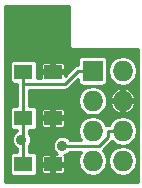
<source format=gbl>
G04 #@! TF.FileFunction,Copper,L2,Bot,Signal*
%FSLAX46Y46*%
G04 Gerber Fmt 4.6, Leading zero omitted, Abs format (unit mm)*
G04 Created by KiCad (PCBNEW 4.0.4-stable) date Monday 13 March 2017 'à' 21:28:35*
%MOMM*%
%LPD*%
G01*
G04 APERTURE LIST*
%ADD10C,0.100000*%
%ADD11R,1.500000X1.250000*%
%ADD12R,1.727200X1.727200*%
%ADD13O,1.727200X1.727200*%
%ADD14C,0.889000*%
%ADD15C,0.254000*%
G04 APERTURE END LIST*
D10*
D11*
X55250000Y-36400000D03*
X57750000Y-36400000D03*
X55250000Y-40300000D03*
X57750000Y-40300000D03*
X55250000Y-44200000D03*
X57750000Y-44200000D03*
D12*
X61100000Y-36300000D03*
D13*
X63640000Y-36300000D03*
X61100000Y-38840000D03*
X63640000Y-38840000D03*
X61100000Y-41380000D03*
X63640000Y-41380000D03*
X61100000Y-43920000D03*
X63640000Y-43920000D03*
D14*
X55068700Y-42123500D03*
X54735600Y-32210500D03*
X58536100Y-42650000D03*
D15*
X58748800Y-37406300D02*
X55250000Y-37406300D01*
X59855100Y-36300000D02*
X58748800Y-37406300D01*
X61100000Y-36300000D02*
X59855100Y-36300000D01*
X55250000Y-36400000D02*
X55250000Y-37406300D01*
X55250000Y-40300000D02*
X55250000Y-37406300D01*
X55250000Y-42123500D02*
X55250000Y-40300000D01*
X55250000Y-44200000D02*
X55250000Y-42123500D01*
X55250000Y-42123500D02*
X55068700Y-42123500D01*
X57750000Y-40300000D02*
X58881300Y-40300000D01*
X63640000Y-38840000D02*
X62522200Y-38840000D01*
X57750000Y-36400000D02*
X57750000Y-35393700D01*
X59096400Y-40084900D02*
X58881300Y-40300000D01*
X61617100Y-40084900D02*
X59096400Y-40084900D01*
X62395000Y-39307000D02*
X61617100Y-40084900D01*
X62395000Y-38840000D02*
X62395000Y-39307000D01*
X62522200Y-38840000D02*
X62395000Y-38840000D01*
X58088700Y-35055000D02*
X57834400Y-35309300D01*
X62131900Y-35055000D02*
X58088700Y-35055000D01*
X62395000Y-35318100D02*
X62131900Y-35055000D01*
X62395000Y-38840000D02*
X62395000Y-35318100D01*
X57834400Y-35309300D02*
X57750000Y-35393700D01*
X57834400Y-35309300D02*
X54735600Y-32210500D01*
X57710300Y-43154000D02*
X57750000Y-43193700D01*
X57710300Y-41346000D02*
X57710300Y-43154000D01*
X57750000Y-41306300D02*
X57710300Y-41346000D01*
X57750000Y-40300000D02*
X57750000Y-41306300D01*
X57750000Y-44200000D02*
X57750000Y-43193700D01*
X63640000Y-41380000D02*
X62395100Y-41380000D01*
X61640900Y-42650000D02*
X58536100Y-42650000D01*
X62395100Y-41895800D02*
X61640900Y-42650000D01*
X62395100Y-41380000D02*
X62395100Y-41895800D01*
G36*
X59121400Y-34200000D02*
X59142607Y-34306616D01*
X59203000Y-34397000D01*
X59293384Y-34457393D01*
X59400000Y-34478600D01*
X64921400Y-34478600D01*
X64921400Y-45721400D01*
X53678600Y-45721400D01*
X53678600Y-35775000D01*
X54111536Y-35775000D01*
X54111536Y-37025000D01*
X54138103Y-37166190D01*
X54221546Y-37295865D01*
X54348866Y-37382859D01*
X54500000Y-37413464D01*
X54742000Y-37413464D01*
X54742000Y-39286536D01*
X54500000Y-39286536D01*
X54358810Y-39313103D01*
X54229135Y-39396546D01*
X54142141Y-39523866D01*
X54111536Y-39675000D01*
X54111536Y-40925000D01*
X54138103Y-41066190D01*
X54221546Y-41195865D01*
X54348866Y-41282859D01*
X54500000Y-41313464D01*
X54742000Y-41313464D01*
X54742000Y-41365297D01*
X54601702Y-41423267D01*
X54369283Y-41655281D01*
X54243343Y-41958577D01*
X54243057Y-42286982D01*
X54368467Y-42590498D01*
X54600481Y-42822917D01*
X54742000Y-42881681D01*
X54742000Y-43186536D01*
X54500000Y-43186536D01*
X54358810Y-43213103D01*
X54229135Y-43296546D01*
X54142141Y-43423866D01*
X54111536Y-43575000D01*
X54111536Y-44825000D01*
X54138103Y-44966190D01*
X54221546Y-45095865D01*
X54348866Y-45182859D01*
X54500000Y-45213464D01*
X56000000Y-45213464D01*
X56141190Y-45186897D01*
X56270865Y-45103454D01*
X56357859Y-44976134D01*
X56388464Y-44825000D01*
X56388464Y-44384150D01*
X56771400Y-44384150D01*
X56771400Y-44870472D01*
X56806203Y-44954492D01*
X56870509Y-45018798D01*
X56954529Y-45053600D01*
X57565850Y-45053600D01*
X57623000Y-44996450D01*
X57623000Y-44327000D01*
X57877000Y-44327000D01*
X57877000Y-44996450D01*
X57934150Y-45053600D01*
X58545471Y-45053600D01*
X58629491Y-45018798D01*
X58693797Y-44954492D01*
X58728600Y-44870472D01*
X58728600Y-44384150D01*
X58671450Y-44327000D01*
X57877000Y-44327000D01*
X57623000Y-44327000D01*
X56828550Y-44327000D01*
X56771400Y-44384150D01*
X56388464Y-44384150D01*
X56388464Y-43575000D01*
X56379908Y-43529528D01*
X56771400Y-43529528D01*
X56771400Y-44015850D01*
X56828550Y-44073000D01*
X57623000Y-44073000D01*
X57623000Y-43403550D01*
X57565850Y-43346400D01*
X56954529Y-43346400D01*
X56870509Y-43381202D01*
X56806203Y-43445508D01*
X56771400Y-43529528D01*
X56379908Y-43529528D01*
X56361897Y-43433810D01*
X56278454Y-43304135D01*
X56151134Y-43217141D01*
X56000000Y-43186536D01*
X55758000Y-43186536D01*
X55758000Y-42813482D01*
X57710457Y-42813482D01*
X57835867Y-43116998D01*
X58064869Y-43346400D01*
X57934150Y-43346400D01*
X57877000Y-43403550D01*
X57877000Y-44073000D01*
X58671450Y-44073000D01*
X58728600Y-44015850D01*
X58728600Y-43529528D01*
X58705301Y-43473280D01*
X59003098Y-43350233D01*
X59195667Y-43158000D01*
X60124754Y-43158000D01*
X59950140Y-43419329D01*
X59855400Y-43895617D01*
X59855400Y-43944383D01*
X59950140Y-44420671D01*
X60219935Y-44824448D01*
X60623712Y-45094243D01*
X61100000Y-45188983D01*
X61576288Y-45094243D01*
X61980065Y-44824448D01*
X62249860Y-44420671D01*
X62344600Y-43944383D01*
X62344600Y-43895617D01*
X62395400Y-43895617D01*
X62395400Y-43944383D01*
X62490140Y-44420671D01*
X62759935Y-44824448D01*
X63163712Y-45094243D01*
X63640000Y-45188983D01*
X64116288Y-45094243D01*
X64520065Y-44824448D01*
X64789860Y-44420671D01*
X64884600Y-43944383D01*
X64884600Y-43895617D01*
X64789860Y-43419329D01*
X64520065Y-43015552D01*
X64116288Y-42745757D01*
X63640000Y-42651017D01*
X63163712Y-42745757D01*
X62759935Y-43015552D01*
X62490140Y-43419329D01*
X62395400Y-43895617D01*
X62344600Y-43895617D01*
X62249860Y-43419329D01*
X61983322Y-43020427D01*
X62000110Y-43009210D01*
X62745891Y-42263429D01*
X62759935Y-42284448D01*
X63163712Y-42554243D01*
X63640000Y-42648983D01*
X64116288Y-42554243D01*
X64520065Y-42284448D01*
X64789860Y-41880671D01*
X64884600Y-41404383D01*
X64884600Y-41355617D01*
X64789860Y-40879329D01*
X64520065Y-40475552D01*
X64116288Y-40205757D01*
X63640000Y-40111017D01*
X63163712Y-40205757D01*
X62759935Y-40475552D01*
X62495037Y-40872000D01*
X62395100Y-40872000D01*
X62253986Y-40900069D01*
X62249860Y-40879329D01*
X61980065Y-40475552D01*
X61576288Y-40205757D01*
X61100000Y-40111017D01*
X60623712Y-40205757D01*
X60219935Y-40475552D01*
X59950140Y-40879329D01*
X59855400Y-41355617D01*
X59855400Y-41404383D01*
X59950140Y-41880671D01*
X60124754Y-42142000D01*
X59195402Y-42142000D01*
X59004319Y-41950583D01*
X58701023Y-41824643D01*
X58372618Y-41824357D01*
X58069102Y-41949767D01*
X57836683Y-42181781D01*
X57710743Y-42485077D01*
X57710457Y-42813482D01*
X55758000Y-42813482D01*
X55758000Y-42601818D01*
X55768117Y-42591719D01*
X55894057Y-42288423D01*
X55894343Y-41960018D01*
X55768933Y-41656502D01*
X55758000Y-41645550D01*
X55758000Y-41313464D01*
X56000000Y-41313464D01*
X56141190Y-41286897D01*
X56270865Y-41203454D01*
X56357859Y-41076134D01*
X56388464Y-40925000D01*
X56388464Y-40484150D01*
X56771400Y-40484150D01*
X56771400Y-40970472D01*
X56806203Y-41054492D01*
X56870509Y-41118798D01*
X56954529Y-41153600D01*
X57565850Y-41153600D01*
X57623000Y-41096450D01*
X57623000Y-40427000D01*
X57877000Y-40427000D01*
X57877000Y-41096450D01*
X57934150Y-41153600D01*
X58545471Y-41153600D01*
X58629491Y-41118798D01*
X58693797Y-41054492D01*
X58728600Y-40970472D01*
X58728600Y-40484150D01*
X58671450Y-40427000D01*
X57877000Y-40427000D01*
X57623000Y-40427000D01*
X56828550Y-40427000D01*
X56771400Y-40484150D01*
X56388464Y-40484150D01*
X56388464Y-39675000D01*
X56379908Y-39629528D01*
X56771400Y-39629528D01*
X56771400Y-40115850D01*
X56828550Y-40173000D01*
X57623000Y-40173000D01*
X57623000Y-39503550D01*
X57877000Y-39503550D01*
X57877000Y-40173000D01*
X58671450Y-40173000D01*
X58728600Y-40115850D01*
X58728600Y-39629528D01*
X58693797Y-39545508D01*
X58629491Y-39481202D01*
X58545471Y-39446400D01*
X57934150Y-39446400D01*
X57877000Y-39503550D01*
X57623000Y-39503550D01*
X57565850Y-39446400D01*
X56954529Y-39446400D01*
X56870509Y-39481202D01*
X56806203Y-39545508D01*
X56771400Y-39629528D01*
X56379908Y-39629528D01*
X56361897Y-39533810D01*
X56278454Y-39404135D01*
X56151134Y-39317141D01*
X56000000Y-39286536D01*
X55758000Y-39286536D01*
X55758000Y-38815617D01*
X59855400Y-38815617D01*
X59855400Y-38864383D01*
X59950140Y-39340671D01*
X60219935Y-39744448D01*
X60623712Y-40014243D01*
X61100000Y-40108983D01*
X61576288Y-40014243D01*
X61980065Y-39744448D01*
X62249860Y-39340671D01*
X62290743Y-39135137D01*
X62588419Y-39135137D01*
X62781410Y-39515094D01*
X63105114Y-39792274D01*
X63344865Y-39891568D01*
X63513000Y-39867229D01*
X63513000Y-38967000D01*
X63767000Y-38967000D01*
X63767000Y-39867229D01*
X63935135Y-39891568D01*
X64174886Y-39792274D01*
X64498590Y-39515094D01*
X64691581Y-39135137D01*
X64667654Y-38967000D01*
X63767000Y-38967000D01*
X63513000Y-38967000D01*
X62612346Y-38967000D01*
X62588419Y-39135137D01*
X62290743Y-39135137D01*
X62344600Y-38864383D01*
X62344600Y-38815617D01*
X62290744Y-38544863D01*
X62588419Y-38544863D01*
X62612346Y-38713000D01*
X63513000Y-38713000D01*
X63513000Y-37812771D01*
X63767000Y-37812771D01*
X63767000Y-38713000D01*
X64667654Y-38713000D01*
X64691581Y-38544863D01*
X64498590Y-38164906D01*
X64174886Y-37887726D01*
X63935135Y-37788432D01*
X63767000Y-37812771D01*
X63513000Y-37812771D01*
X63344865Y-37788432D01*
X63105114Y-37887726D01*
X62781410Y-38164906D01*
X62588419Y-38544863D01*
X62290744Y-38544863D01*
X62249860Y-38339329D01*
X61980065Y-37935552D01*
X61576288Y-37665757D01*
X61100000Y-37571017D01*
X60623712Y-37665757D01*
X60219935Y-37935552D01*
X59950140Y-38339329D01*
X59855400Y-38815617D01*
X55758000Y-38815617D01*
X55758000Y-37914300D01*
X58748800Y-37914300D01*
X58943203Y-37875631D01*
X59108010Y-37765510D01*
X59847936Y-37025585D01*
X59847936Y-37163600D01*
X59874503Y-37304790D01*
X59957946Y-37434465D01*
X60085266Y-37521459D01*
X60236400Y-37552064D01*
X61963600Y-37552064D01*
X62104790Y-37525497D01*
X62234465Y-37442054D01*
X62321459Y-37314734D01*
X62352064Y-37163600D01*
X62352064Y-36275617D01*
X62395400Y-36275617D01*
X62395400Y-36324383D01*
X62490140Y-36800671D01*
X62759935Y-37204448D01*
X63163712Y-37474243D01*
X63640000Y-37568983D01*
X64116288Y-37474243D01*
X64520065Y-37204448D01*
X64789860Y-36800671D01*
X64884600Y-36324383D01*
X64884600Y-36275617D01*
X64789860Y-35799329D01*
X64520065Y-35395552D01*
X64116288Y-35125757D01*
X63640000Y-35031017D01*
X63163712Y-35125757D01*
X62759935Y-35395552D01*
X62490140Y-35799329D01*
X62395400Y-36275617D01*
X62352064Y-36275617D01*
X62352064Y-35436400D01*
X62325497Y-35295210D01*
X62242054Y-35165535D01*
X62114734Y-35078541D01*
X61963600Y-35047936D01*
X60236400Y-35047936D01*
X60095210Y-35074503D01*
X59965535Y-35157946D01*
X59878541Y-35285266D01*
X59847936Y-35436400D01*
X59847936Y-35793425D01*
X59660697Y-35830669D01*
X59660695Y-35830670D01*
X59660696Y-35830670D01*
X59495889Y-35940790D01*
X58728600Y-36708080D01*
X58728600Y-36584150D01*
X58671450Y-36527000D01*
X57877000Y-36527000D01*
X57877000Y-36547000D01*
X57623000Y-36547000D01*
X57623000Y-36527000D01*
X56828550Y-36527000D01*
X56771400Y-36584150D01*
X56771400Y-36898300D01*
X56388464Y-36898300D01*
X56388464Y-35775000D01*
X56379908Y-35729528D01*
X56771400Y-35729528D01*
X56771400Y-36215850D01*
X56828550Y-36273000D01*
X57623000Y-36273000D01*
X57623000Y-35603550D01*
X57877000Y-35603550D01*
X57877000Y-36273000D01*
X58671450Y-36273000D01*
X58728600Y-36215850D01*
X58728600Y-35729528D01*
X58693797Y-35645508D01*
X58629491Y-35581202D01*
X58545471Y-35546400D01*
X57934150Y-35546400D01*
X57877000Y-35603550D01*
X57623000Y-35603550D01*
X57565850Y-35546400D01*
X56954529Y-35546400D01*
X56870509Y-35581202D01*
X56806203Y-35645508D01*
X56771400Y-35729528D01*
X56379908Y-35729528D01*
X56361897Y-35633810D01*
X56278454Y-35504135D01*
X56151134Y-35417141D01*
X56000000Y-35386536D01*
X54500000Y-35386536D01*
X54358810Y-35413103D01*
X54229135Y-35496546D01*
X54142141Y-35623866D01*
X54111536Y-35775000D01*
X53678600Y-35775000D01*
X53678600Y-30778600D01*
X59121400Y-30778600D01*
X59121400Y-34200000D01*
X59121400Y-34200000D01*
G37*
X59121400Y-34200000D02*
X59142607Y-34306616D01*
X59203000Y-34397000D01*
X59293384Y-34457393D01*
X59400000Y-34478600D01*
X64921400Y-34478600D01*
X64921400Y-45721400D01*
X53678600Y-45721400D01*
X53678600Y-35775000D01*
X54111536Y-35775000D01*
X54111536Y-37025000D01*
X54138103Y-37166190D01*
X54221546Y-37295865D01*
X54348866Y-37382859D01*
X54500000Y-37413464D01*
X54742000Y-37413464D01*
X54742000Y-39286536D01*
X54500000Y-39286536D01*
X54358810Y-39313103D01*
X54229135Y-39396546D01*
X54142141Y-39523866D01*
X54111536Y-39675000D01*
X54111536Y-40925000D01*
X54138103Y-41066190D01*
X54221546Y-41195865D01*
X54348866Y-41282859D01*
X54500000Y-41313464D01*
X54742000Y-41313464D01*
X54742000Y-41365297D01*
X54601702Y-41423267D01*
X54369283Y-41655281D01*
X54243343Y-41958577D01*
X54243057Y-42286982D01*
X54368467Y-42590498D01*
X54600481Y-42822917D01*
X54742000Y-42881681D01*
X54742000Y-43186536D01*
X54500000Y-43186536D01*
X54358810Y-43213103D01*
X54229135Y-43296546D01*
X54142141Y-43423866D01*
X54111536Y-43575000D01*
X54111536Y-44825000D01*
X54138103Y-44966190D01*
X54221546Y-45095865D01*
X54348866Y-45182859D01*
X54500000Y-45213464D01*
X56000000Y-45213464D01*
X56141190Y-45186897D01*
X56270865Y-45103454D01*
X56357859Y-44976134D01*
X56388464Y-44825000D01*
X56388464Y-44384150D01*
X56771400Y-44384150D01*
X56771400Y-44870472D01*
X56806203Y-44954492D01*
X56870509Y-45018798D01*
X56954529Y-45053600D01*
X57565850Y-45053600D01*
X57623000Y-44996450D01*
X57623000Y-44327000D01*
X57877000Y-44327000D01*
X57877000Y-44996450D01*
X57934150Y-45053600D01*
X58545471Y-45053600D01*
X58629491Y-45018798D01*
X58693797Y-44954492D01*
X58728600Y-44870472D01*
X58728600Y-44384150D01*
X58671450Y-44327000D01*
X57877000Y-44327000D01*
X57623000Y-44327000D01*
X56828550Y-44327000D01*
X56771400Y-44384150D01*
X56388464Y-44384150D01*
X56388464Y-43575000D01*
X56379908Y-43529528D01*
X56771400Y-43529528D01*
X56771400Y-44015850D01*
X56828550Y-44073000D01*
X57623000Y-44073000D01*
X57623000Y-43403550D01*
X57565850Y-43346400D01*
X56954529Y-43346400D01*
X56870509Y-43381202D01*
X56806203Y-43445508D01*
X56771400Y-43529528D01*
X56379908Y-43529528D01*
X56361897Y-43433810D01*
X56278454Y-43304135D01*
X56151134Y-43217141D01*
X56000000Y-43186536D01*
X55758000Y-43186536D01*
X55758000Y-42813482D01*
X57710457Y-42813482D01*
X57835867Y-43116998D01*
X58064869Y-43346400D01*
X57934150Y-43346400D01*
X57877000Y-43403550D01*
X57877000Y-44073000D01*
X58671450Y-44073000D01*
X58728600Y-44015850D01*
X58728600Y-43529528D01*
X58705301Y-43473280D01*
X59003098Y-43350233D01*
X59195667Y-43158000D01*
X60124754Y-43158000D01*
X59950140Y-43419329D01*
X59855400Y-43895617D01*
X59855400Y-43944383D01*
X59950140Y-44420671D01*
X60219935Y-44824448D01*
X60623712Y-45094243D01*
X61100000Y-45188983D01*
X61576288Y-45094243D01*
X61980065Y-44824448D01*
X62249860Y-44420671D01*
X62344600Y-43944383D01*
X62344600Y-43895617D01*
X62395400Y-43895617D01*
X62395400Y-43944383D01*
X62490140Y-44420671D01*
X62759935Y-44824448D01*
X63163712Y-45094243D01*
X63640000Y-45188983D01*
X64116288Y-45094243D01*
X64520065Y-44824448D01*
X64789860Y-44420671D01*
X64884600Y-43944383D01*
X64884600Y-43895617D01*
X64789860Y-43419329D01*
X64520065Y-43015552D01*
X64116288Y-42745757D01*
X63640000Y-42651017D01*
X63163712Y-42745757D01*
X62759935Y-43015552D01*
X62490140Y-43419329D01*
X62395400Y-43895617D01*
X62344600Y-43895617D01*
X62249860Y-43419329D01*
X61983322Y-43020427D01*
X62000110Y-43009210D01*
X62745891Y-42263429D01*
X62759935Y-42284448D01*
X63163712Y-42554243D01*
X63640000Y-42648983D01*
X64116288Y-42554243D01*
X64520065Y-42284448D01*
X64789860Y-41880671D01*
X64884600Y-41404383D01*
X64884600Y-41355617D01*
X64789860Y-40879329D01*
X64520065Y-40475552D01*
X64116288Y-40205757D01*
X63640000Y-40111017D01*
X63163712Y-40205757D01*
X62759935Y-40475552D01*
X62495037Y-40872000D01*
X62395100Y-40872000D01*
X62253986Y-40900069D01*
X62249860Y-40879329D01*
X61980065Y-40475552D01*
X61576288Y-40205757D01*
X61100000Y-40111017D01*
X60623712Y-40205757D01*
X60219935Y-40475552D01*
X59950140Y-40879329D01*
X59855400Y-41355617D01*
X59855400Y-41404383D01*
X59950140Y-41880671D01*
X60124754Y-42142000D01*
X59195402Y-42142000D01*
X59004319Y-41950583D01*
X58701023Y-41824643D01*
X58372618Y-41824357D01*
X58069102Y-41949767D01*
X57836683Y-42181781D01*
X57710743Y-42485077D01*
X57710457Y-42813482D01*
X55758000Y-42813482D01*
X55758000Y-42601818D01*
X55768117Y-42591719D01*
X55894057Y-42288423D01*
X55894343Y-41960018D01*
X55768933Y-41656502D01*
X55758000Y-41645550D01*
X55758000Y-41313464D01*
X56000000Y-41313464D01*
X56141190Y-41286897D01*
X56270865Y-41203454D01*
X56357859Y-41076134D01*
X56388464Y-40925000D01*
X56388464Y-40484150D01*
X56771400Y-40484150D01*
X56771400Y-40970472D01*
X56806203Y-41054492D01*
X56870509Y-41118798D01*
X56954529Y-41153600D01*
X57565850Y-41153600D01*
X57623000Y-41096450D01*
X57623000Y-40427000D01*
X57877000Y-40427000D01*
X57877000Y-41096450D01*
X57934150Y-41153600D01*
X58545471Y-41153600D01*
X58629491Y-41118798D01*
X58693797Y-41054492D01*
X58728600Y-40970472D01*
X58728600Y-40484150D01*
X58671450Y-40427000D01*
X57877000Y-40427000D01*
X57623000Y-40427000D01*
X56828550Y-40427000D01*
X56771400Y-40484150D01*
X56388464Y-40484150D01*
X56388464Y-39675000D01*
X56379908Y-39629528D01*
X56771400Y-39629528D01*
X56771400Y-40115850D01*
X56828550Y-40173000D01*
X57623000Y-40173000D01*
X57623000Y-39503550D01*
X57877000Y-39503550D01*
X57877000Y-40173000D01*
X58671450Y-40173000D01*
X58728600Y-40115850D01*
X58728600Y-39629528D01*
X58693797Y-39545508D01*
X58629491Y-39481202D01*
X58545471Y-39446400D01*
X57934150Y-39446400D01*
X57877000Y-39503550D01*
X57623000Y-39503550D01*
X57565850Y-39446400D01*
X56954529Y-39446400D01*
X56870509Y-39481202D01*
X56806203Y-39545508D01*
X56771400Y-39629528D01*
X56379908Y-39629528D01*
X56361897Y-39533810D01*
X56278454Y-39404135D01*
X56151134Y-39317141D01*
X56000000Y-39286536D01*
X55758000Y-39286536D01*
X55758000Y-38815617D01*
X59855400Y-38815617D01*
X59855400Y-38864383D01*
X59950140Y-39340671D01*
X60219935Y-39744448D01*
X60623712Y-40014243D01*
X61100000Y-40108983D01*
X61576288Y-40014243D01*
X61980065Y-39744448D01*
X62249860Y-39340671D01*
X62290743Y-39135137D01*
X62588419Y-39135137D01*
X62781410Y-39515094D01*
X63105114Y-39792274D01*
X63344865Y-39891568D01*
X63513000Y-39867229D01*
X63513000Y-38967000D01*
X63767000Y-38967000D01*
X63767000Y-39867229D01*
X63935135Y-39891568D01*
X64174886Y-39792274D01*
X64498590Y-39515094D01*
X64691581Y-39135137D01*
X64667654Y-38967000D01*
X63767000Y-38967000D01*
X63513000Y-38967000D01*
X62612346Y-38967000D01*
X62588419Y-39135137D01*
X62290743Y-39135137D01*
X62344600Y-38864383D01*
X62344600Y-38815617D01*
X62290744Y-38544863D01*
X62588419Y-38544863D01*
X62612346Y-38713000D01*
X63513000Y-38713000D01*
X63513000Y-37812771D01*
X63767000Y-37812771D01*
X63767000Y-38713000D01*
X64667654Y-38713000D01*
X64691581Y-38544863D01*
X64498590Y-38164906D01*
X64174886Y-37887726D01*
X63935135Y-37788432D01*
X63767000Y-37812771D01*
X63513000Y-37812771D01*
X63344865Y-37788432D01*
X63105114Y-37887726D01*
X62781410Y-38164906D01*
X62588419Y-38544863D01*
X62290744Y-38544863D01*
X62249860Y-38339329D01*
X61980065Y-37935552D01*
X61576288Y-37665757D01*
X61100000Y-37571017D01*
X60623712Y-37665757D01*
X60219935Y-37935552D01*
X59950140Y-38339329D01*
X59855400Y-38815617D01*
X55758000Y-38815617D01*
X55758000Y-37914300D01*
X58748800Y-37914300D01*
X58943203Y-37875631D01*
X59108010Y-37765510D01*
X59847936Y-37025585D01*
X59847936Y-37163600D01*
X59874503Y-37304790D01*
X59957946Y-37434465D01*
X60085266Y-37521459D01*
X60236400Y-37552064D01*
X61963600Y-37552064D01*
X62104790Y-37525497D01*
X62234465Y-37442054D01*
X62321459Y-37314734D01*
X62352064Y-37163600D01*
X62352064Y-36275617D01*
X62395400Y-36275617D01*
X62395400Y-36324383D01*
X62490140Y-36800671D01*
X62759935Y-37204448D01*
X63163712Y-37474243D01*
X63640000Y-37568983D01*
X64116288Y-37474243D01*
X64520065Y-37204448D01*
X64789860Y-36800671D01*
X64884600Y-36324383D01*
X64884600Y-36275617D01*
X64789860Y-35799329D01*
X64520065Y-35395552D01*
X64116288Y-35125757D01*
X63640000Y-35031017D01*
X63163712Y-35125757D01*
X62759935Y-35395552D01*
X62490140Y-35799329D01*
X62395400Y-36275617D01*
X62352064Y-36275617D01*
X62352064Y-35436400D01*
X62325497Y-35295210D01*
X62242054Y-35165535D01*
X62114734Y-35078541D01*
X61963600Y-35047936D01*
X60236400Y-35047936D01*
X60095210Y-35074503D01*
X59965535Y-35157946D01*
X59878541Y-35285266D01*
X59847936Y-35436400D01*
X59847936Y-35793425D01*
X59660697Y-35830669D01*
X59660695Y-35830670D01*
X59660696Y-35830670D01*
X59495889Y-35940790D01*
X58728600Y-36708080D01*
X58728600Y-36584150D01*
X58671450Y-36527000D01*
X57877000Y-36527000D01*
X57877000Y-36547000D01*
X57623000Y-36547000D01*
X57623000Y-36527000D01*
X56828550Y-36527000D01*
X56771400Y-36584150D01*
X56771400Y-36898300D01*
X56388464Y-36898300D01*
X56388464Y-35775000D01*
X56379908Y-35729528D01*
X56771400Y-35729528D01*
X56771400Y-36215850D01*
X56828550Y-36273000D01*
X57623000Y-36273000D01*
X57623000Y-35603550D01*
X57877000Y-35603550D01*
X57877000Y-36273000D01*
X58671450Y-36273000D01*
X58728600Y-36215850D01*
X58728600Y-35729528D01*
X58693797Y-35645508D01*
X58629491Y-35581202D01*
X58545471Y-35546400D01*
X57934150Y-35546400D01*
X57877000Y-35603550D01*
X57623000Y-35603550D01*
X57565850Y-35546400D01*
X56954529Y-35546400D01*
X56870509Y-35581202D01*
X56806203Y-35645508D01*
X56771400Y-35729528D01*
X56379908Y-35729528D01*
X56361897Y-35633810D01*
X56278454Y-35504135D01*
X56151134Y-35417141D01*
X56000000Y-35386536D01*
X54500000Y-35386536D01*
X54358810Y-35413103D01*
X54229135Y-35496546D01*
X54142141Y-35623866D01*
X54111536Y-35775000D01*
X53678600Y-35775000D01*
X53678600Y-30778600D01*
X59121400Y-30778600D01*
X59121400Y-34200000D01*
M02*

</source>
